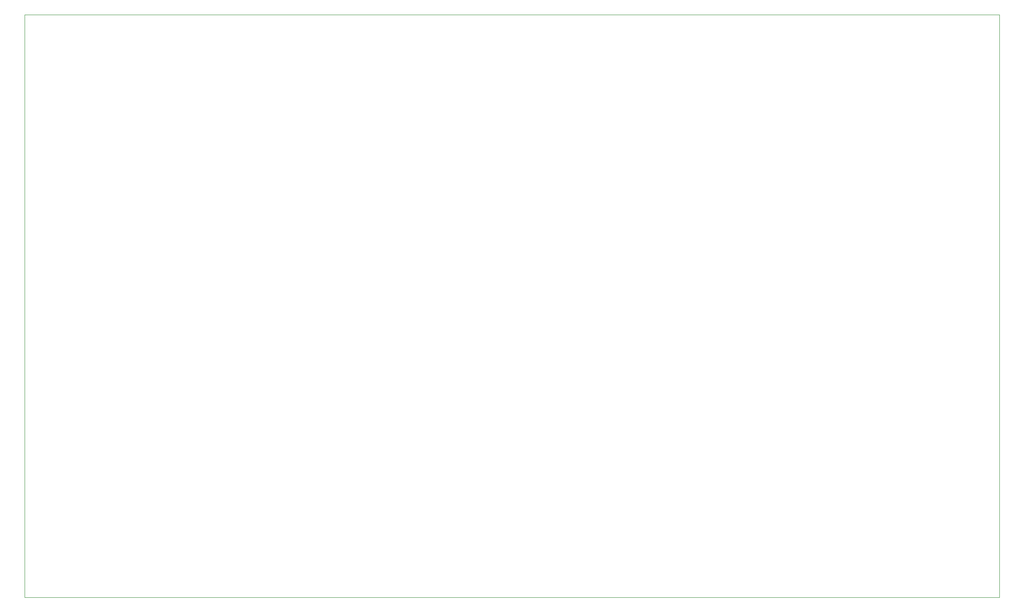
<source format=gko>
G04 #@! TF.GenerationSoftware,KiCad,Pcbnew,(5.1.2)-2*
G04 #@! TF.CreationDate,2019-09-02T15:21:00+02:00*
G04 #@! TF.ProjectId,Controller,436f6e74-726f-46c6-9c65-722e6b696361,rev?*
G04 #@! TF.SameCoordinates,Original*
G04 #@! TF.FileFunction,Profile,NP*
%FSLAX46Y46*%
G04 Gerber Fmt 4.6, Leading zero omitted, Abs format (unit mm)*
G04 Created by KiCad (PCBNEW (5.1.2)-2) date 2019-09-02 15:21:00*
%MOMM*%
%LPD*%
G04 APERTURE LIST*
%ADD10C,0.050000*%
G04 APERTURE END LIST*
D10*
X204470000Y-140970000D02*
X204470000Y-26670000D01*
X13335000Y-140970000D02*
X13335000Y-26670000D01*
X204470000Y-140970000D02*
X13335000Y-140970000D01*
X204470000Y-26670000D02*
X13335000Y-26670000D01*
M02*

</source>
